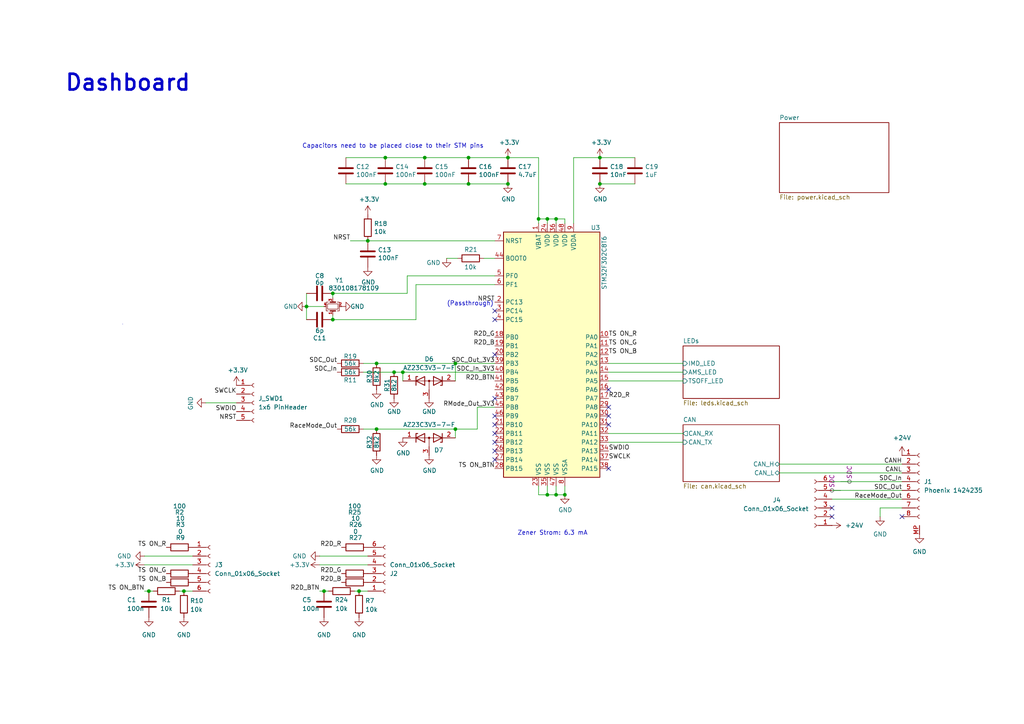
<source format=kicad_sch>
(kicad_sch (version 20231120) (generator "eeschema") (generator_version "8.0")
  (paper "A4")
  (lib_symbols
    (symbol "Connector:Conn_01x05_Socket" (pin_names (offset 1.016) hide)
      (property "Reference" "J" (at 0 7.62 0))
      (property "Value" "Conn_01x05_Socket" (at 0 -7.62 0))
      (symbol "Conn_01x05_Socket_1_1"
        (arc (start 0 -4.572) (mid -0.5058 -5.08) (end 0 -5.588) (stroke (width 0.1524)))
        (arc (start 0 -2.032) (mid -0.5058 -2.54) (end 0 -3.048) (stroke (width 0.1524)))
        (polyline (pts (xy -1.27 -5.08) (xy -0.508 -5.08)) (stroke (width 0.1524)))
        (polyline (pts (xy -1.27 -2.54) (xy -0.508 -2.54)) (stroke (width 0.1524)))
        (polyline (pts (xy -1.27 0) (xy -0.508 0)) (stroke (width 0.1524)))
        (polyline (pts (xy -1.27 2.54) (xy -0.508 2.54)) (stroke (width 0.1524)))
        (polyline (pts (xy -1.27 5.08) (xy -0.508 5.08)) (stroke (width 0.1524)))
        (arc (start 0 0.508) (mid -0.5058 0) (end 0 -0.508) (stroke (width 0.1524)))
        (arc (start 0 3.048) (mid -0.5058 2.54) (end 0 2.032) (stroke (width 0.1524)))
        (arc (start 0 5.588) (mid -0.5058 5.08) (end 0 4.572) (stroke (width 0.1524)))
        (pin passive line (at -5.08 5.08 0) (length 3.81) (name "Pin_1") (number "1"))
        (pin passive line (at -5.08 2.54 0) (length 3.81) (name "Pin_2") (number "2"))
        (pin passive line (at -5.08 0 0) (length 3.81) (name "Pin_3") (number "3"))
        (pin passive line (at -5.08 -2.54 0) (length 3.81) (name "Pin_4") (number "4"))
        (pin passive line (at -5.08 -5.08 0) (length 3.81) (name "Pin_5") (number "5"))
      )
    )
    (symbol "Connector:Conn_01x06_Socket" (pin_names (offset 1.016) hide)
      (property "Reference" "J" (at 0 7.62 0))
      (property "Value" "Conn_01x06_Socket" (at 0 -10.16 0))
      (symbol "Conn_01x06_Socket_1_1"
        (arc (start 0 -7.112) (mid -0.5058 -7.62) (end 0 -8.128) (stroke (width 0.1524)))
        (arc (start 0 -4.572) (mid -0.5058 -5.08) (end 0 -5.588) (stroke (width 0.1524)))
        (arc (start 0 -2.032) (mid -0.5058 -2.54) (end 0 -3.048) (stroke (width 0.1524)))
        (polyline (pts (xy -1.27 -7.62) (xy -0.508 -7.62)) (stroke (width 0.1524)))
        (polyline (pts (xy -1.27 -5.08) (xy -0.508 -5.08)) (stroke (width 0.1524)))
        (polyline (pts (xy -1.27 -2.54) (xy -0.508 -2.54)) (stroke (width 0.1524)))
        (polyline (pts (xy -1.27 0) (xy -0.508 0)) (stroke (width 0.1524)))
        (polyline (pts (xy -1.27 2.54) (xy -0.508 2.54)) (stroke (width 0.1524)))
        (polyline (pts (xy -1.27 5.08) (xy -0.508 5.08)) (stroke (width 0.1524)))
        (arc (start 0 0.508) (mid -0.5058 0) (end 0 -0.508) (stroke (width 0.1524)))
        (arc (start 0 3.048) (mid -0.5058 2.54) (end 0 2.032) (stroke (width 0.1524)))
        (arc (start 0 5.588) (mid -0.5058 5.08) (end 0 4.572) (stroke (width 0.1524)))
        (pin passive line (at -5.08 5.08 0) (length 3.81) (name "Pin_1") (number "1"))
        (pin passive line (at -5.08 2.54 0) (length 3.81) (name "Pin_2") (number "2"))
        (pin passive line (at -5.08 0 0) (length 3.81) (name "Pin_3") (number "3"))
        (pin passive line (at -5.08 -2.54 0) (length 3.81) (name "Pin_4") (number "4"))
        (pin passive line (at -5.08 -5.08 0) (length 3.81) (name "Pin_5") (number "5"))
        (pin passive line (at -5.08 -7.62 0) (length 3.81) (name "Pin_6") (number "6"))
      )
    )
    (symbol "Connector:Conn_01x08_Socket" (pin_names (offset 1.016) hide)
      (property "Reference" "J1" (at 1.27 0.0001 0))
      (property "Value" "Phoenix 1424235" (at 1.27 -2.5399 0))
      (symbol "Conn_01x08_Socket_1_1"
        (arc (start 0 -9.652) (mid -0.5058 -10.16) (end 0 -10.668) (stroke (width 0.1524)))
        (arc (start 0 -7.112) (mid -0.5058 -7.62) (end 0 -8.128) (stroke (width 0.1524)))
        (arc (start 0 -4.572) (mid -0.5058 -5.08) (end 0 -5.588) (stroke (width 0.1524)))
        (arc (start 0 -2.032) (mid -0.5058 -2.54) (end 0 -3.048) (stroke (width 0.1524)))
        (polyline (pts (xy -1.27 -10.16) (xy -0.508 -10.16)) (stroke (width 0.1524)))
        (polyline (pts (xy -1.27 -7.62) (xy -0.508 -7.62)) (stroke (width 0.1524)))
        (polyline (pts (xy -1.27 -5.08) (xy -0.508 -5.08)) (stroke (width 0.1524)))
        (polyline (pts (xy -1.27 -2.54) (xy -0.508 -2.54)) (stroke (width 0.1524)))
        (polyline (pts (xy -1.27 0) (xy -0.508 0)) (stroke (width 0.1524)))
        (polyline (pts (xy -1.27 2.54) (xy -0.508 2.54)) (stroke (width 0.1524)))
        (polyline (pts (xy -1.27 5.08) (xy -0.508 5.08)) (stroke (width 0.1524)))
        (polyline (pts (xy -1.27 7.62) (xy -0.508 7.62)) (stroke (width 0.1524)))
        (arc (start 0 0.508) (mid -0.5058 0) (end 0 -0.508) (stroke (width 0.1524)))
        (arc (start 0 3.048) (mid -0.5058 2.54) (end 0 2.032) (stroke (width 0.1524)))
        (arc (start 0 5.588) (mid -0.5058 5.08) (end 0 4.572) (stroke (width 0.1524)))
        (arc (start 0 8.128) (mid -0.5058 7.62) (end 0 7.112) (stroke (width 0.1524)))
        (pin passive line (at -5.08 7.62 0) (length 3.81) (name "Pin_1") (number "1"))
        (pin passive line (at -5.08 5.08 0) (length 3.81) (name "Pin_2") (number "2"))
        (pin passive line (at -5.08 2.54 0) (length 3.81) (name "Pin_3") (number "3"))
        (pin passive line (at -5.08 0 0) (length 3.81) (name "Pin_4") (number "4"))
        (pin passive line (at -5.08 -2.54 0) (length 3.81) (name "Pin_5") (number "5"))
        (pin passive line (at -5.08 -5.08 0) (length 3.81) (name "Pin_6") (number "6"))
        (pin passive line (at -5.08 -7.62 0) (length 3.81) (name "Pin_7") (number "7"))
        (pin passive line (at -5.08 -10.16 0) (length 3.81) (name "Pin_8") (number "8"))
        (pin passive line (at 0 -15.24 90) (length 2.54) (name "") (number "MP"))
      )
    )
    (symbol "Device:C" (pin_numbers hide) (pin_names (offset 0.254))
      (property "Reference" "C" (at 0.635 2.54 0))
      (property "Value" "C" (at 0.635 -2.54 0))
      (symbol "C_0_1"
        (polyline (pts (xy -2.032 -0.762) (xy 2.032 -0.762)) (stroke (width 0.508)))
        (polyline (pts (xy -2.032 0.762) (xy 2.032 0.762)) (stroke (width 0.508)))
      )
      (symbol "C_1_1"
        (pin passive line (at 0 3.81 270) (length 2.794) (name "~") (number "1"))
        (pin passive line (at 0 -3.81 90) (length 2.794) (name "~") (number "2"))
      )
    )
    (symbol "Device:Crystal_GND24_Small" (pin_names (offset 1.016) hide)
      (property "Reference" "Y" (at 1.27 4.445 0))
      (property "Value" "Crystal_GND24_Small" (at 1.27 2.54 0))
      (symbol "Crystal_GND24_Small_0_1"
        (rectangle (start -0.762 -1.524) (end 0.762 1.524))
        (polyline (pts (xy -1.27 -0.762) (xy -1.27 0.762)) (stroke (width 0.381)))
        (polyline (pts (xy 1.27 -0.762) (xy 1.27 0.762)) (stroke (width 0.381)))
        (polyline (pts (xy -1.27 -1.27) (xy -1.27 -1.905) (xy 1.27 -1.905) (xy 1.27 -1.27)))
        (polyline (pts (xy -1.27 1.27) (xy -1.27 1.905) (xy 1.27 1.905) (xy 1.27 1.27)))
      )
      (symbol "Crystal_GND24_Small_1_1"
        (pin passive line (at -2.54 0 0) (length 1.27) (name "1") (number "1"))
        (pin passive line (at 0 -2.54 90) (length 0.635) (name "2") (number "2"))
        (pin passive line (at 2.54 0 180) (length 1.27) (name "3") (number "3"))
        (pin passive line (at 0 2.54 270) (length 0.635) (name "4") (number "4"))
      )
    )
    (symbol "Device:D_Zener_Dual_CommonAnode_KKA" (pin_names (offset 0.762) hide)
      (property "Reference" "D" (at 1.27 -2.54 0))
      (property "Value" "D_Zener_Dual_CommonAnode_KKA" (at 0 2.54 0))
      (symbol "D_Zener_Dual_CommonAnode_KKA_0_1"
        (polyline (pts (xy -3.556 0) (xy 3.81 0)))
        (polyline (pts (xy 0 0) (xy 0 -2.54)))
        (polyline (pts (xy -3.81 -1.27) (xy -3.81 1.27) (xy -3.302 1.27)) (stroke (width 0.254)))
        (polyline (pts (xy 3.302 -1.27) (xy 3.81 -1.27) (xy 3.81 1.27)) (stroke (width 0.254)))
        (polyline (pts (xy -1.27 -1.27) (xy -3.81 0) (xy -1.27 1.27) (xy -1.27 -1.27) (xy -1.27 -1.27) (xy -1.27 -1.27)) (stroke (width 0.254)))
        (polyline (pts (xy 1.27 1.27) (xy 3.81 0) (xy 1.27 -1.27) (xy 1.27 1.27) (xy 1.27 1.27) (xy 1.27 1.27)) (stroke (width 0.254)))
        (circle (center 0 0) (radius 0.254) (fill (type outline)))
        (pin passive line (at -7.62 0 0) (length 3.81) (name "K") (number "1"))
        (pin passive line (at 7.62 0 180) (length 3.81) (name "K") (number "2"))
        (pin passive line (at 0 -5.08 90) (length 2.54) (name "A") (number "3"))
      )
    )
    (symbol "Device:R" (pin_numbers hide) (pin_names (offset 0))
      (property "Reference" "R" (at 2.032 0 90))
      (property "Value" "R" (at 0 0 90))
      (symbol "R_0_1"
        (rectangle (start -1.016 -2.54) (end 1.016 2.54) (stroke (width 0.254)))
      )
      (symbol "R_1_1"
        (pin passive line (at 0 3.81 270) (length 1.27) (name "~") (number "1"))
        (pin passive line (at 0 -3.81 90) (length 1.27) (name "~") (number "2"))
      )
    )
    (symbol "MCU_ST_STM32F3:STM32F302C8Tx"
      (property "Reference" "U" (at -15.24 36.83 0))
      (property "Value" "STM32F302C8Tx" (at 7.62 36.83 0))
      (symbol "STM32F302C8Tx_0_1"
        (rectangle (start -15.24 -35.56) (end 12.7 35.56) (stroke (width 0.254)) (fill (type background)))
      )
      (symbol "STM32F302C8Tx_1_1"
        (pin power_in line (at -5.08 38.1 270) (length 2.54) (name "VBAT") (number "1"))
        (pin bidirectional line (at 15.24 5.08 180) (length 2.54) (name "PA0") (number "10"))
        (pin bidirectional line (at 15.24 2.54 180) (length 2.54) (name "PA1") (number "11"))
        (pin bidirectional line (at 15.24 0 180) (length 2.54) (name "PA2") (number "12"))
        (pin bidirectional line (at 15.24 -2.54 180) (length 2.54) (name "PA3") (number "13"))
        (pin bidirectional line (at 15.24 -5.08 180) (length 2.54) (name "PA4") (number "14"))
        (pin bidirectional line (at 15.24 -7.62 180) (length 2.54) (name "PA5") (number "15"))
        (pin bidirectional line (at 15.24 -10.16 180) (length 2.54) (name "PA6") (number "16"))
        (pin bidirectional line (at 15.24 -12.7 180) (length 2.54) (name "PA7") (number "17"))
        (pin bidirectional line (at -17.78 5.08 0) (length 2.54) (name "PB0") (number "18"))
        (pin bidirectional line (at -17.78 2.54 0) (length 2.54) (name "PB1") (number "19"))
        (pin bidirectional line (at -17.78 15.24 0) (length 2.54) (name "PC13") (number "2"))
        (pin bidirectional line (at -17.78 0 0) (length 2.54) (name "PB2") (number "20"))
        (pin bidirectional line (at -17.78 -20.32 0) (length 2.54) (name "PB10") (number "21"))
        (pin bidirectional line (at -17.78 -22.86 0) (length 2.54) (name "PB11") (number "22"))
        (pin power_in line (at -5.08 -38.1 90) (length 2.54) (name "VSS") (number "23"))
        (pin power_in line (at -2.54 38.1 270) (length 2.54) (name "VDD") (number "24"))
        (pin bidirectional line (at -17.78 -25.4 0) (length 2.54) (name "PB12") (number "25"))
        (pin bidirectional line (at -17.78 -27.94 0) (length 2.54) (name "PB13") (number "26"))
        (pin bidirectional line (at -17.78 -30.48 0) (length 2.54) (name "PB14") (number "27"))
        (pin bidirectional line (at -17.78 -33.02 0) (length 2.54) (name "PB15") (number "28"))
        (pin bidirectional line (at 15.24 -15.24 180) (length 2.54) (name "PA8") (number "29"))
        (pin bidirectional line (at -17.78 12.7 0) (length 2.54) (name "PC14") (number "3"))
        (pin bidirectional line (at 15.24 -17.78 180) (length 2.54) (name "PA9") (number "30"))
        (pin bidirectional line (at 15.24 -20.32 180) (length 2.54) (name "PA10") (number "31"))
        (pin bidirectional line (at 15.24 -22.86 180) (length 2.54) (name "PA11") (number "32"))
        (pin bidirectional line (at 15.24 -25.4 180) (length 2.54) (name "PA12") (number "33"))
        (pin bidirectional line (at 15.24 -27.94 180) (length 2.54) (name "PA13") (number "34"))
        (pin power_in line (at -2.54 -38.1 90) (length 2.54) (name "VSS") (number "35"))
        (pin power_in line (at 0 38.1 270) (length 2.54) (name "VDD") (number "36"))
        (pin bidirectional line (at 15.24 -30.48 180) (length 2.54) (name "PA14") (number "37"))
        (pin bidirectional line (at 15.24 -33.02 180) (length 2.54) (name "PA15") (number "38"))
        (pin bidirectional line (at -17.78 -2.54 0) (length 2.54) (name "PB3") (number "39"))
        (pin bidirectional line (at -17.78 10.16 0) (length 2.54) (name "PC15") (number "4"))
        (pin bidirectional line (at -17.78 -5.08 0) (length 2.54) (name "PB4") (number "40"))
        (pin bidirectional line (at -17.78 -7.62 0) (length 2.54) (name "PB5") (number "41"))
        (pin bidirectional line (at -17.78 -10.16 0) (length 2.54) (name "PB6") (number "42"))
        (pin bidirectional line (at -17.78 -12.7 0) (length 2.54) (name "PB7") (number "43"))
        (pin input line (at -17.78 27.94 0) (length 2.54) (name "BOOT0") (number "44"))
        (pin bidirectional line (at -17.78 -15.24 0) (length 2.54) (name "PB8") (number "45"))
        (pin bidirectional line (at -17.78 -17.78 0) (length 2.54) (name "PB9") (number "46"))
        (pin power_in line (at 0 -38.1 90) (length 2.54) (name "VSS") (number "47"))
        (pin power_in line (at 2.54 38.1 270) (length 2.54) (name "VDD") (number "48"))
        (pin input line (at -17.78 22.86 0) (length 2.54) (name "PF0") (number "5"))
        (pin input line (at -17.78 20.32 0) (length 2.54) (name "PF1") (number "6"))
        (pin input line (at -17.78 33.02 0) (length 2.54) (name "NRST") (number "7"))
        (pin power_in line (at 2.54 -38.1 90) (length 2.54) (name "VSSA") (number "8"))
        (pin power_in line (at 5.08 38.1 270) (length 2.54) (name "VDDA") (number "9"))
      )
    )
    (symbol "power:+24V" (power) (pin_numbers hide) (pin_names (offset 0) hide)
      (property "Value" "+24V" (at 0 3.556 0))
      (symbol "+24V_0_1"
        (polyline (pts (xy -0.762 1.27) (xy 0 2.54)))
        (polyline (pts (xy 0 0) (xy 0 2.54)))
        (polyline (pts (xy 0 2.54) (xy 0.762 1.27)))
      )
      (symbol "+24V_1_1"
        (pin power_in line (at 0 0 90) (length 0) (name "~") (number "1"))
      )
    )
    (symbol "power:+3.3V" (power) (pin_names (offset 0))
      (property "Value" "+3.3V" (at 0 3.556 0))
      (symbol "+3.3V_0_1"
        (polyline (pts (xy -0.762 1.27) (xy 0 2.54)))
        (polyline (pts (xy 0 0) (xy 0 2.54)))
        (polyline (pts (xy 0 2.54) (xy 0.762 1.27)))
      )
      (symbol "+3.3V_1_1"
        (pin power_in line (at 0 0 90) (length 0) hide (name "+3.3V") (number "1"))
      )
    )
    (symbol "power:GND" (power) (pin_numbers hide) (pin_names (offset 0) hide)
      (property "Value" "GND" (at 0 -3.81 0))
      (symbol "GND_0_1"
        (polyline (pts (xy 0 0) (xy 0 -1.27) (xy 1.27 -1.27) (xy 0 -2.54) (xy -1.27 -1.27) (xy 0 -1.27)))
      )
      (symbol "GND_1_1"
        (pin power_in line (at 0 0 270) (length 0) (name "~") (number "1"))
      )
    )
  )
  (junction (at 135.89 53.34))
  (junction (at 123.19 45.72))
  (junction (at 111.76 45.72))
  (junction (at 147.32 53.34))
  (junction (at 135.89 45.72))
  (junction (at 111.76 53.34))
  (junction (at 88.9 88.9))
  (junction (at 96.52 85.09))
  (junction (at 116.84 107.95))
  (junction (at 96.52 92.71))
  (junction (at 109.22 124.46))
  (junction (at 104.14 171.45))
  (junction (at 161.29 63.5))
  (junction (at 132.08 105.41))
  (junction (at 106.68 69.85))
  (junction (at 93.98 171.45))
  (junction (at 43.18 171.45))
  (junction (at 161.29 143.51))
  (junction (at 147.32 45.72))
  (junction (at 156.21 63.5))
  (junction (at 173.99 45.72))
  (junction (at 158.75 63.5))
  (junction (at 109.22 105.41))
  (junction (at 158.75 143.51))
  (junction (at 173.99 53.34))
  (junction (at 53.34 171.45))
  (junction (at 123.19 53.34))
  (junction (at 114.3 107.95))
  (junction (at 163.83 143.51))
  (junction (at 132.08 124.46))
  (no_connect (at 176.53 120.65))
  (no_connect (at 143.51 90.17))
  (no_connect (at 176.53 123.19))
  (no_connect (at 176.53 135.89))
  (no_connect (at 241.3 149.86))
  (no_connect (at 261.62 149.86))
  (no_connect (at 143.51 115.57))
  (no_connect (at 241.3 147.32))
  (no_connect (at 143.51 130.81))
  (no_connect (at 176.53 113.03))
  (no_connect (at 143.51 133.35))
  (no_connect (at 176.53 118.11))
  (no_connect (at 143.51 125.73))
  (no_connect (at 143.51 92.71))
  (no_connect (at 143.51 120.65))
  (no_connect (at 143.51 102.87))
  (no_connect (at 143.51 128.27))
  (no_connect (at 143.51 123.19))
  (wire (pts (xy 109.22 124.46) (xy 132.08 124.46)))
  (wire (pts (xy 43.18 171.45) (xy 41.91 171.45)))
  (wire (pts (xy 123.19 45.72) (xy 135.89 45.72)))
  (wire (pts (xy 176.53 105.41) (xy 198.12 105.41)))
  (wire (pts (xy 161.29 63.5) (xy 158.75 63.5)))
  (wire (pts (xy 88.9 85.09) (xy 88.9 88.9)))
  (wire (pts (xy 156.21 63.5) (xy 156.21 64.77)))
  (wire (pts (xy 120.65 82.55) (xy 120.65 92.71)))
  (wire (pts (xy 138.43 124.46) (xy 138.43 118.11)))
  (wire (pts (xy 158.75 63.5) (xy 156.21 63.5)))
  (wire (pts (xy 93.98 171.45) (xy 92.71 171.45)))
  (wire (pts (xy 41.91 163.83) (xy 55.88 163.83)))
  (wire (pts (xy 96.52 91.44) (xy 96.52 92.71)))
  (wire (pts (xy 135.89 45.72) (xy 147.32 45.72)))
  (wire (pts (xy 96.52 85.09) (xy 118.11 85.09)))
  (wire (pts (xy 163.83 64.77) (xy 163.83 63.5)))
  (wire (pts (xy 100.33 53.34) (xy 111.76 53.34)))
  (wire (pts (xy 105.41 124.46) (xy 109.22 124.46)))
  (wire (pts (xy 156.21 45.72) (xy 156.21 63.5)))
  (wire (pts (xy 173.99 45.72) (xy 184.15 45.72)))
  (wire (pts (xy 161.29 64.77) (xy 161.29 63.5)))
  (wire (pts (xy 163.83 143.51) (xy 161.29 143.51)))
  (wire (pts (xy 92.71 163.83) (xy 106.68 163.83)))
  (wire (pts (xy 118.11 80.01) (xy 143.51 80.01)))
  (wire (pts (xy 88.9 88.9) (xy 88.9 92.71)))
  (wire (pts (xy 255.27 147.32) (xy 255.27 149.86)))
  (wire (pts (xy 105.41 105.41) (xy 109.22 105.41)))
  (wire (pts (xy 173.99 53.34) (xy 184.15 53.34)))
  (wire (pts (xy 226.06 134.62) (xy 261.62 134.62)))
  (wire (pts (xy 111.76 45.72) (xy 123.19 45.72)))
  (wire (pts (xy 96.52 86.36) (xy 96.52 85.09)))
  (wire (pts (xy 132.08 105.41) (xy 132.08 110.49)))
  (wire (pts (xy 123.19 53.34) (xy 135.89 53.34)))
  (wire (pts (xy 163.83 63.5) (xy 161.29 63.5)))
  (wire (pts (xy 118.11 85.09) (xy 118.11 80.01)))
  (wire (pts (xy 140.335 74.93) (xy 143.51 74.93)))
  (wire (pts (xy 147.32 45.72) (xy 156.21 45.72)))
  (wire (pts (xy 109.22 105.41) (xy 132.08 105.41)))
  (wire (pts (xy 158.75 140.97) (xy 158.75 143.51)))
  (wire (pts (xy 59.69 116.84) (xy 68.58 116.84)))
  (wire (pts (xy 88.9 88.9) (xy 93.98 88.9)))
  (wire (pts (xy 161.29 140.97) (xy 161.29 143.51)))
  (wire (pts (xy 226.06 137.16) (xy 261.62 137.16)))
  (wire (pts (xy 158.75 63.5) (xy 158.75 64.77)))
  (wire (pts (xy 241.3 144.78) (xy 261.62 144.78)))
  (wire (pts (xy 132.08 124.46) (xy 138.43 124.46)))
  (wire (pts (xy 111.76 45.72) (xy 100.33 45.72)))
  (wire (pts (xy 92.71 161.29) (xy 106.68 161.29)))
  (wire (pts (xy 104.14 171.45) (xy 106.68 171.45)))
  (wire (pts (xy 41.91 161.29) (xy 55.88 161.29)))
  (wire (pts (xy 166.37 45.72) (xy 173.99 45.72)))
  (wire (pts (xy 156.21 140.97) (xy 156.21 143.51)))
  (wire (pts (xy 116.84 107.95) (xy 116.84 110.49)))
  (wire (pts (xy 105.41 107.95) (xy 114.3 107.95)))
  (wire (pts (xy 176.53 128.27) (xy 198.12 128.27)))
  (wire (pts (xy 120.65 82.55) (xy 143.51 82.55)))
  (wire (pts (xy 176.53 125.73) (xy 198.12 125.73)))
  (wire (pts (xy 138.43 118.11) (xy 143.51 118.11)))
  (wire (pts (xy 156.21 143.51) (xy 158.75 143.51)))
  (wire (pts (xy 166.37 45.72) (xy 166.37 64.77)))
  (wire (pts (xy 176.53 107.95) (xy 198.12 107.95)))
  (wire (pts (xy 96.52 92.71) (xy 120.65 92.71)))
  (wire (pts (xy 111.76 53.34) (xy 123.19 53.34)))
  (wire (pts (xy 132.715 74.93) (xy 129.54 74.93)))
  (wire (pts (xy 53.34 171.45) (xy 55.88 171.45)))
  (wire (pts (xy 116.84 107.95) (xy 114.3 107.95)))
  (wire (pts (xy 241.3 142.24) (xy 261.62 142.24)))
  (wire (pts (xy 95.25 171.45) (xy 93.98 171.45)))
  (wire (pts (xy 132.08 105.41) (xy 143.51 105.41)))
  (wire (pts (xy 116.84 107.95) (xy 143.51 107.95)))
  (wire (pts (xy 102.87 171.45) (xy 104.14 171.45)))
  (wire (pts (xy 106.68 69.85) (xy 143.51 69.85)))
  (wire (pts (xy 132.08 124.46) (xy 132.08 127)))
  (wire (pts (xy 161.29 143.51) (xy 158.75 143.51)))
  (wire (pts (xy 163.83 140.97) (xy 163.83 143.51)))
  (wire (pts (xy 101.6 69.85) (xy 106.68 69.85)))
  (wire (pts (xy 261.62 147.32) (xy 255.27 147.32)))
  (wire (pts (xy 241.3 139.7) (xy 261.62 139.7)))
  (wire (pts (xy 44.45 171.45) (xy 43.18 171.45)))
  (wire (pts (xy 52.07 171.45) (xy 53.34 171.45)))
  (wire (pts (xy 135.89 53.34) (xy 147.32 53.34)))
  (wire (pts (xy 176.53 110.49) (xy 198.12 110.49)))
  (rectangle (start 35.56 93.98) (end 35.56 93.98))
  (text "Dashboard" (at 37.084 24.13 0) (effects (font (size 4.572 4.572) (thickness 0.762) (bold yes))))
  (text "Capacitors need to be placed close to their STM pins" (at 87.63 43.18 0) (effects (font (size 1.27 1.27)) (justify left bottom)))
  (text "(Passthrough)" (at 136.398 88.138 0) (effects (font (size 1.27 1.27))))
  (text "Zener Strom: 6.3 mA" (at 160.274 154.686 0) (effects (font (size 1.27 1.27))))
  (label "TS ON_BTN" (at 41.91 171.45 180))
  (label "RMode_Out_3V3" (at 143.51 118.11 180))
  (label "TS ON_B" (at 48.26 168.91 180))
  (label "R2D_G" (at 99.06 166.37 180))
  (label "SDC_Out" (at 97.79 105.41 180))
  (label "SDC_In" (at 261.62 139.7 180))
  (label "R2D_G" (at 143.51 97.79 180))
  (label "R2D_BTN" (at 143.51 110.49 180))
  (label "R2D_R" (at 99.06 158.75 180))
  (label "NRST" (at 68.58 121.92 180))
  (label "SWDIO" (at 176.53 130.81 0))
  (label "SDC_In_3V3" (at 143.51 107.95 180))
  (label "R2D_BTN" (at 92.71 171.45 180))
  (label "NRST" (at 101.6 69.85 180))
  (label "SWDIO" (at 68.58 119.38 180))
  (label "SDC_Out_3V3" (at 143.51 105.41 180))
  (label "R2D_B" (at 99.06 168.91 180))
  (label "TS ON_G" (at 48.26 166.37 180))
  (label "CANH" (at 261.62 134.62 180))
  (label "RaceMode_Out" (at 261.62 144.78 180))
  (label "CANL" (at 261.62 137.16 180))
  (label "NRST" (at 143.51 87.63 180))
  (label "RaceMode_Out" (at 97.79 124.46 180))
  (label "SDC_Out" (at 261.62 142.24 180))
  (label "SWCLK" (at 68.58 114.3 180))
  (label "TS ON_R" (at 176.53 97.79 0))
  (label "SWCLK" (at 176.53 133.35 0))
  (label "SDC_In" (at 97.79 107.95 180))
  (label "TS ON_B" (at 176.53 102.87 0))
  (label "TS ON_R" (at 48.26 158.75 180))
  (label "R2D_R" (at 176.53 115.57 0))
  (label "R2D_B" (at 143.51 100.33 180))
  (label "TS ON_G" (at 176.53 100.33 0))
  (label "TS ON_BTN" (at 143.51 135.89 180))
  (netclass_flag "" (length 2.54) (shape round) (at 243.84 139.7 270) (property "Netclass" "SDC" (at 246.38 139.0015 90) (effects (font (italic yes)) (justify left))))
  (netclass_flag "" (length 2.54) (shape round) (at 243.84 142.24 90) (property "Netclass" "SDC" (at 241.3 141.5415 90) (effects (font (italic yes)) (justify left))))
  (symbol (lib_id "Connector:Conn_01x06_Socket") (at 236.22 147.32 180) (unit 1)
    (property "Reference" "J4" (at 225.298 145.034 0))
    (property "Value" "Conn_01x06_Socket" (at 225.044 147.574 0))
    (property "Footprint" "Dashboard:JST_GH_THT_1x06-1MP_P1.25mm_Vertical" (effects (hide yes)))
    (property "Description" "Generic connector, single row, 01x06, script generated" (effects (hide yes)))
  )
  (symbol (lib_id "power:+3.3V") (at 92.71 163.83 90) (unit 1)
    (property "Reference" "#PWR051" (effects (hide yes)))
    (property "Value" "+3.3V" (at 86.868 163.83 90))
  )
  (symbol (lib_id "power:GND") (at 129.54 74.93 0) (unit 1)
    (property "Reference" "#PWR035" (effects (hide yes)))
    (property "Value" "GND" (at 125.73 76.2 0))
  )
  (symbol (lib_id "Device:R") (at 104.14 175.26 0) (unit 1)
    (property "Reference" "R7" (at 105.918 174.244 0) (effects (justify left)))
    (property "Value" "10k" (at 105.918 176.784 0) (effects (justify left)))
    (property "Footprint" "Resistor_SMD:R_0603_1608Metric_Pad0.98x0.95mm_HandSolder" (effects (hide yes)))
    (property "Description" "Resistor" (effects (hide yes)))
  )
  (symbol (lib_id "Connector:Conn_01x06_Socket") (at 111.76 166.37 0) (mirror x) (unit 1)
    (property "Reference" "J2" (at 113.03 166.3701 0) (effects (justify left)))
    (property "Value" "Conn_01x06_Socket" (at 113.03 163.8301 0) (effects (justify left)))
    (property "Footprint" "Dashboard:JST_GH_THT_1x06-1MP_P1.25mm_Vertical" (effects (hide yes)))
    (property "Description" "Generic connector, single row, 01x06, script generated" (effects (hide yes)))
  )
  (symbol (lib_id "Device:C") (at 135.89 49.53 0) (unit 1)
    (property "Reference" "C16" (at 138.811 48.3616 0) (effects (justify left)))
    (property "Value" "100nF" (at 138.811 50.673 0) (effects (justify left)))
    (property "Footprint" "Capacitor_SMD:C_0603_1608Metric_Pad1.08x0.95mm_HandSolder" (effects (hide yes)))
  )
  (symbol (lib_id "Connector:Conn_01x08_Socket") (at 266.7 139.7 0) (unit 1)
    (property "Reference" "J1" (at 267.97 139.6999 0) (effects (justify left)))
    (property "Value" "Phoenix 1424235" (at 267.97 142.2399 0) (effects (justify left)))
    (property "Footprint" "Dashboard:Phoenix_SACC-DSI-M8FS-8CON-M10" (effects (hide yes)))
    (property "Description" "Generic connector, single row, 01x08, script generated" (effects (hide yes)))
  )
  (symbol (lib_id "Device:R") (at 99.06 171.45 270) (unit 1)
    (property "Reference" "R24" (at 99.06 173.99 90))
    (property "Value" "10k" (at 99.06 176.53 90))
    (property "Footprint" "Resistor_SMD:R_0603_1608Metric_Pad0.98x0.95mm_HandSolder" (effects (hide yes)))
    (property "Description" "Resistor" (effects (hide yes)))
  )
  (symbol (lib_id "power:+24V") (at 241.3 152.4 270) (unit 1)
    (property "Reference" "#PWR05" (effects (hide yes)))
    (property "Value" "+24V" (at 245.11 152.3999 90) (effects (justify left)))
    (property "Description" "Power symbol creates a global label with name \"+24V\"" (effects (hide yes)))
  )
  (symbol (lib_id "Device:C") (at 147.32 49.53 0) (unit 1)
    (property "Reference" "C17" (at 150.241 48.3616 0) (effects (justify left)))
    (property "Value" "4.7uF" (at 150.241 50.673 0) (effects (justify left)))
    (property "Footprint" "Capacitor_SMD:C_0603_1608Metric_Pad1.08x0.95mm_HandSolder" (effects (hide yes)))
  )
  (symbol (lib_id "Device:C") (at 93.98 175.26 0) (unit 1)
    (property "Reference" "C5" (at 87.63 173.99 0) (effects (justify left)))
    (property "Value" "100n" (at 87.63 176.53 0) (effects (justify left)))
    (property "Footprint" "Capacitor_SMD:C_0603_1608Metric_Pad1.08x0.95mm_HandSolder" (effects (hide yes)))
    (property "Description" "Unpolarized capacitor" (effects (hide yes)))
  )
  (symbol (lib_id "power:GND") (at 92.71 161.29 270) (unit 1)
    (property "Reference" "#PWR01" (effects (hide yes)))
    (property "Value" "GND" (at 88.9 161.2899 90) (effects (justify right)))
    (property "Description" "Power symbol creates a global label with name \"GND\" , ground" (effects (hide yes)))
  )
  (symbol (lib_id "Device:D_Zener_Dual_CommonAnode_KKA") (at 124.46 110.49 0) (unit 1)
    (property "Reference" "D6" (at 124.46 104.14 0))
    (property "Value" "AZ23C3V3-7-F" (at 124.46 106.68 0))
    (property "Footprint" "Package_TO_SOT_SMD:SOT-23" (effects (hide yes)))
    (property "Description" "Dual Zener diode, common anode on pin 3" (effects (hide yes)))
  )
  (symbol (lib_id "power:GND") (at 266.7 154.94 0) (unit 1)
    (property "Reference" "#PWR052" (effects (hide yes)))
    (property "Value" "GND" (at 266.7 160.02 0))
    (property "Description" "Power symbol creates a global label with name \"GND\" , ground" (effects (hide yes)))
  )
  (symbol (lib_id "Device:R") (at 109.22 109.22 180) (unit 1)
    (property "Reference" "R30" (at 107.188 109.22 90))
    (property "Value" "8k2" (at 109.22 109.22 90))
    (property "Footprint" "Resistor_SMD:R_0603_1608Metric_Pad0.98x0.95mm_HandSolder" (effects (hide yes)))
    (property "Description" "Resistor" (effects (hide yes)))
  )
  (symbol (lib_id "Device:R") (at 102.87 168.91 90) (unit 1)
    (property "Reference" "R27" (at 103.124 155.956 90))
    (property "Value" "0" (at 103.124 154.178 90))
    (property "Footprint" "Resistor_SMD:R_0603_1608Metric_Pad0.98x0.95mm_HandSolder" (effects (hide yes)))
    (property "Description" "Resistor" (effects (hide yes)))
  )
  (symbol (lib_id "Device:R") (at 48.26 171.45 270) (unit 1)
    (property "Reference" "R1" (at 48.26 173.99 90))
    (property "Value" "10k" (at 48.26 176.53 90))
    (property "Footprint" "Resistor_SMD:R_0603_1608Metric_Pad0.98x0.95mm_HandSolder" (effects (hide yes)))
    (property "Description" "Resistor" (effects (hide yes)))
  )
  (symbol (lib_id "Device:C") (at 100.33 49.53 0) (unit 1)
    (property "Reference" "C12" (at 103.251 48.3616 0) (effects (justify left)))
    (property "Value" "100nF" (at 103.251 50.673 0) (effects (justify left)))
    (property "Footprint" "Capacitor_SMD:C_0603_1608Metric_Pad1.08x0.95mm_HandSolder" (effects (hide yes)))
  )
  (symbol (lib_id "power:GND") (at 147.32 53.34 0) (unit 1)
    (property "Reference" "#PWR037" (effects (hide yes)))
    (property "Value" "GND" (at 147.447 57.7342 0))
  )
  (symbol (lib_id "Device:R") (at 52.07 158.75 90) (unit 1)
    (property "Reference" "R2" (at 52.07 148.59 90))
    (property "Value" "100" (at 52.07 146.812 90))
    (property "Footprint" "Resistor_SMD:R_0603_1608Metric_Pad0.98x0.95mm_HandSolder" (effects (hide yes)))
    (property "Description" "Resistor" (effects (hide yes)))
  )
  (symbol (lib_id "Device:R") (at 101.6 124.46 90) (unit 1)
    (property "Reference" "R28" (at 101.6 121.92 90))
    (property "Value" "56k" (at 101.6 124.46 90))
    (property "Footprint" "Resistor_SMD:R_0603_1608Metric_Pad0.98x0.95mm_HandSolder" (effects (hide yes)))
    (property "Description" "Resistor" (effects (hide yes)))
  )
  (symbol (lib_id "Connector:Conn_01x06_Socket") (at 60.96 163.83 0) (unit 1)
    (property "Reference" "J3" (at 62.23 163.8299 0) (effects (justify left)))
    (property "Value" "Conn_01x06_Socket" (at 62.23 166.3699 0) (effects (justify left)))
    (property "Footprint" "Dashboard:JST_GH_THT_1x06-1MP_P1.25mm_Vertical" (effects (hide yes)))
    (property "Description" "Generic connector, single row, 01x06, script generated" (effects (hide yes)))
  )
  (symbol (lib_id "power:GND") (at 124.46 115.57 0) (unit 1)
    (property "Reference" "#PWR026" (effects (hide yes)))
    (property "Value" "GND" (at 124.46 119.38 0))
  )
  (symbol (lib_id "Device:R") (at 101.6 105.41 90) (unit 1)
    (property "Reference" "R19" (at 101.6 103.378 90))
    (property "Value" "56k" (at 101.6 105.41 90))
    (property "Footprint" "Resistor_SMD:R_0603_1608Metric_Pad0.98x0.95mm_HandSolder" (effects (hide yes)))
    (property "Description" "Resistor" (effects (hide yes)))
  )
  (symbol (lib_id "power:GND") (at 114.3 115.57 0) (unit 1)
    (property "Reference" "#PWR055" (effects (hide yes)))
    (property "Value" "GND" (at 114.3 119.38 0))
  )
  (symbol (lib_id "power:GND") (at 104.14 179.07 0) (unit 1)
    (property "Reference" "#PWR050" (effects (hide yes)))
    (property "Value" "GND" (at 104.14 184.15 0))
    (property "Description" "Power symbol creates a global label with name \"GND\" , ground" (effects (hide yes)))
  )
  (symbol (lib_id "MCU_ST_STM32F3:STM32F302C8Tx") (at 161.29 102.87 0) (unit 1)
    (property "Reference" "U3" (at 172.72 66.04 0))
    (property "Value" "STM32F302C8T6" (at 175.26 76.2 90))
    (property "Footprint" "Package_QFP:LQFP-48_7x7mm_P0.5mm" (effects (hide yes)))
    (property "Datasheet" "http://www.st.com/st-web-ui/static/active/en/resource/technical/document/datasheet/DM00093333.pdf" (effects (hide yes)))
  )
  (symbol (lib_id "power:+24V") (at 261.62 132.08 0) (unit 1)
    (property "Reference" "#PWR057" (effects (hide yes)))
    (property "Value" "+24V" (at 261.62 127 0))
    (property "Description" "Power symbol creates a global label with name \"+24V\"" (effects (hide yes)))
  )
  (symbol (lib_id "Device:R") (at 102.87 158.75 90) (unit 1)
    (property "Reference" "R25" (at 102.87 148.59 90))
    (property "Value" "100" (at 102.87 146.812 90))
    (property "Footprint" "Resistor_SMD:R_0603_1608Metric_Pad0.98x0.95mm_HandSolder" (effects (hide yes)))
    (property "Description" "Resistor" (effects (hide yes)))
  )
  (symbol (lib_id "power:GND") (at 88.9 88.9 270) (unit 1)
    (property "Reference" "#PWR030" (effects (hide yes)))
    (property "Value" "GND" (at 86.36 88.9 90) (effects (justify right)))
  )
  (symbol (lib_id "Device:C") (at 43.18 175.26 0) (unit 1)
    (property "Reference" "C1" (at 36.83 173.99 0) (effects (justify left)))
    (property "Value" "100n" (at 36.83 176.53 0) (effects (justify left)))
    (property "Footprint" "Capacitor_SMD:C_0603_1608Metric_Pad1.08x0.95mm_HandSolder" (effects (hide yes)))
    (property "Description" "Unpolarized capacitor" (effects (hide yes)))
  )
  (symbol (lib_id "Device:R") (at 109.22 128.27 180) (unit 1)
    (property "Reference" "R32" (at 107.188 128.27 90))
    (property "Value" "8k2" (at 109.22 128.27 90))
    (property "Footprint" "Resistor_SMD:R_0603_1608Metric_Pad0.98x0.95mm_HandSolder" (effects (hide yes)))
    (property "Description" "Resistor" (effects (hide yes)))
  )
  (symbol (lib_id "power:+3.3V") (at 173.99 45.72 0) (unit 1)
    (property "Reference" "#PWR039" (effects (hide yes)))
    (property "Value" "+3.3V" (at 174.371 41.3258 0))
  )
  (symbol (lib_id "Device:C") (at 92.71 92.71 90) (unit 1)
    (property "Reference" "C11" (at 92.71 98.044 90))
    (property "Value" "6p" (at 92.71 95.885 90))
    (property "Footprint" "Capacitor_SMD:C_0603_1608Metric_Pad1.08x0.95mm_HandSolder" (effects (hide yes)))
  )
  (symbol (lib_id "Device:R") (at 102.87 166.37 90) (unit 1)
    (property "Reference" "R26" (at 103.124 152.146 90))
    (property "Value" "10" (at 103.124 150.368 90))
    (property "Footprint" "Resistor_SMD:R_0603_1608Metric_Pad0.98x0.95mm_HandSolder" (effects (hide yes)))
    (property "Description" "Resistor" (effects (hide yes)))
  )
  (symbol (lib_id "Device:Crystal_GND24_Small") (at 96.52 88.9 90) (unit 1)
    (property "Reference" "Y1" (at 98.425 81.28 90))
    (property "Value" "830108178109" (at 102.616 83.566 90))
    (property "Footprint" "Crystal:Crystal_SMD_2016-4Pin_2.0x1.6mm" (effects (hide yes)))
    (property "Datasheet" "https://www.we-online.com/components/products/datasheet/830108178109.pdf" (effects (hide yes)))
  )
  (symbol (lib_id "power:GND") (at 109.22 132.08 0) (unit 1)
    (property "Reference" "#PWR053" (effects (hide yes)))
    (property "Value" "GND" (at 109.347 136.4742 0))
  )
  (symbol (lib_id "Connector:Conn_01x05_Socket") (at 73.66 116.84 0) (unit 1)
    (property "Reference" "J_SWD1" (at 74.93 115.5699 0) (effects (justify left)))
    (property "Value" "1x6 PinHeader" (at 74.93 118.1099 0) (effects (justify left)))
    (property "Footprint" "Connector_PinHeader_2.54mm:PinHeader_1x05_P2.54mm_Vertical" (effects (hide yes)))
    (property "Description" "Generic connector, single row, 01x05, script generated" (effects (hide yes)))
  )
  (symbol (lib_id "Device:R") (at 52.07 168.91 90) (unit 1)
    (property "Reference" "R9" (at 52.324 155.956 90))
    (property "Value" "0" (at 52.324 154.178 90))
    (property "Footprint" "Resistor_SMD:R_0603_1608Metric_Pad0.98x0.95mm_HandSolder" (effects (hide yes)))
    (property "Description" "Resistor" (effects (hide yes)))
  )
  (symbol (lib_id "power:GND") (at 53.34 179.07 0) (unit 1)
    (property "Reference" "#PWR09" (effects (hide yes)))
    (property "Value" "GND" (at 53.34 184.15 0))
    (property "Description" "Power symbol creates a global label with name \"GND\" , ground" (effects (hide yes)))
  )
  (symbol (lib_id "Device:R") (at 52.07 166.37 90) (unit 1)
    (property "Reference" "R3" (at 52.324 152.146 90))
    (property "Value" "10" (at 52.324 150.368 90))
    (property "Footprint" "Resistor_SMD:R_0603_1608Metric_Pad0.98x0.95mm_HandSolder" (effects (hide yes)))
    (property "Description" "Resistor" (effects (hide yes)))
  )
  (symbol (lib_id "power:GND") (at 163.83 143.51 0) (unit 1)
    (property "Reference" "#PWR038" (effects (hide yes)))
    (property "Value" "GND" (at 163.957 147.9042 0))
  )
  (symbol (lib_id "power:GND") (at 255.27 149.86 0) (unit 1)
    (property "Reference" "#PWR048" (effects (hide yes)))
    (property "Value" "GND" (at 255.27 154.94 0))
    (property "Description" "Power symbol creates a global label with name \"GND\" , ground" (effects (hide yes)))
  )
  (symbol (lib_id "Device:C") (at 92.71 85.09 90) (unit 1)
    (property "Reference" "C8" (at 92.71 80.01 90))
    (property "Value" "6p" (at 92.71 81.915 90))
    (property "Footprint" "Capacitor_SMD:C_0603_1608Metric_Pad1.08x0.95mm_HandSolder" (effects (hide yes)))
  )
  (symbol (lib_id "Device:R") (at 53.34 175.26 0) (unit 1)
    (property "Reference" "R10" (at 55.118 174.244 0) (effects (justify left)))
    (property "Value" "10k" (at 55.118 176.784 0) (effects (justify left)))
    (property "Footprint" "Resistor_SMD:R_0603_1608Metric_Pad0.98x0.95mm_HandSolder" (effects (hide yes)))
    (property "Description" "Resistor" (effects (hide yes)))
  )
  (symbol (lib_id "power:GND") (at 173.99 53.34 0) (unit 1)
    (property "Reference" "#PWR040" (effects (hide yes)))
    (property "Value" "GND" (at 174.117 57.7342 0))
  )
  (symbol (lib_id "power:+3.3V") (at 68.58 111.76 0) (unit 1)
    (property "Reference" "#PWR02" (effects (hide yes)))
    (property "Value" "+3.3V" (at 68.961 107.3658 0))
  )
  (symbol (lib_id "Device:R") (at 136.525 74.93 270) (unit 1)
    (property "Reference" "R21" (at 134.62 72.39 90) (effects (justify left)))
    (property "Value" "10k" (at 134.62 77.47 90) (effects (justify left)))
    (property "Footprint" "Resistor_SMD:R_0603_1608Metric_Pad0.98x0.95mm_HandSolder" (effects (hide yes)))
  )
  (symbol (lib_id "power:+3.3V") (at 41.91 163.83 90) (unit 1)
    (property "Reference" "#PWR07" (effects (hide yes)))
    (property "Value" "+3.3V" (at 36.068 163.83 90))
  )
  (symbol (lib_id "Device:C") (at 106.68 73.66 0) (unit 1)
    (property "Reference" "C13" (at 109.601 72.4916 0) (effects (justify left)))
    (property "Value" "100nF" (at 109.601 74.803 0) (effects (justify left)))
    (property "Footprint" "Capacitor_SMD:C_0603_1608Metric_Pad1.08x0.95mm_HandSolder" (effects (hide yes)))
  )
  (symbol (lib_id "Device:R") (at 106.68 66.04 0) (unit 1)
    (property "Reference" "R18" (at 108.458 64.8716 0) (effects (justify left)))
    (property "Value" "10k" (at 108.458 67.183 0) (effects (justify left)))
    (property "Footprint" "Resistor_SMD:R_0603_1608Metric_Pad0.98x0.95mm_HandSolder" (effects (hide yes)))
  )
  (symbol (lib_id "power:GND") (at 109.22 113.03 0) (unit 1)
    (property "Reference" "#PWR054" (effects (hide yes)))
    (property "Value" "GND" (at 109.347 117.4242 0))
  )
  (symbol (lib_id "power:GND") (at 99.06 88.9 90) (unit 1)
    (property "Reference" "#PWR031" (effects (hide yes)))
    (property "Value" "GND" (at 101.6 88.9 90) (effects (justify right)))
  )
  (symbol (lib_id "Device:D_Zener_Dual_CommonAnode_KKA") (at 124.46 127 0) (unit 1)
    (property "Reference" "D7" (at 127.254 130.556 0))
    (property "Value" "AZ23C3V3-7-F" (at 124.46 123.19 0))
    (property "Footprint" "Package_TO_SOT_SMD:TSOT-23" (effects (hide yes)))
    (property "Description" "Dual Zener diode, common anode on pin 3" (effects (hide yes)))
  )
  (symbol (lib_id "Device:C") (at 123.19 49.53 0) (unit 1)
    (property "Reference" "C15" (at 126.111 48.3616 0) (effects (justify left)))
    (property "Value" "100nF" (at 126.111 50.673 0) (effects (justify left)))
    (property "Footprint" "Capacitor_SMD:C_0603_1608Metric_Pad1.08x0.95mm_HandSolder" (effects (hide yes)))
  )
  (symbol (lib_id "power:GND") (at 106.68 77.47 0) (unit 1)
    (property "Reference" "#PWR033" (effects (hide yes)))
    (property "Value" "GND" (at 106.807 81.8642 0))
  )
  (symbol (lib_id "power:GND") (at 124.46 132.08 0) (unit 1)
    (property "Reference" "#PWR023" (effects (hide yes)))
    (property "Value" "GND" (at 124.587 136.4742 0))
  )
  (symbol (lib_id "Device:C") (at 184.15 49.53 0) (unit 1)
    (property "Reference" "C19" (at 187.071 48.3616 0) (effects (justify left)))
    (property "Value" "1uF" (at 187.071 50.673 0) (effects (justify left)))
    (property "Footprint" "Capacitor_SMD:C_0603_1608Metric_Pad1.08x0.95mm_HandSolder" (effects (hide yes)))
  )
  (symbol (lib_id "Device:R") (at 101.6 107.95 90) (unit 1)
    (property "Reference" "R11" (at 101.6 110.236 90))
    (property "Value" "56k" (at 101.6 107.95 90))
    (property "Footprint" "Resistor_SMD:R_0603_1608Metric_Pad0.98x0.95mm_HandSolder" (effects (hide yes)))
    (property "Description" "Resistor" (effects (hide yes)))
  )
  (symbol (lib_id "Device:C") (at 173.99 49.53 0) (unit 1)
    (property "Reference" "C18" (at 176.911 48.3616 0) (effects (justify left)))
    (property "Value" "10nF" (at 176.911 50.673 0) (effects (justify left)))
    (property "Footprint" "Capacitor_SMD:C_0603_1608Metric_Pad1.08x0.95mm_HandSolder" (effects (hide yes)))
  )
  (symbol (lib_id "power:+3.3V") (at 147.32 45.72 0) (unit 1)
    (property "Reference" "#PWR036" (effects (hide yes)))
    (property "Value" "+3.3V" (at 147.701 41.3258 0))
  )
  (symbol (lib_id "Device:C") (at 111.76 49.53 0) (unit 1)
    (property "Reference" "C14" (at 114.681 48.3616 0) (effects (justify left)))
    (property "Value" "100nF" (at 114.681 50.673 0) (effects (justify left)))
    (property "Footprint" "Capacitor_SMD:C_0603_1608Metric_Pad1.08x0.95mm_HandSolder" (effects (hide yes)))
  )
  (symbol (lib_id "power:GND") (at 116.84 127 0) (unit 1)
    (property "Reference" "#PWR056" (effects (hide yes)))
    (property "Value" "GND" (at 116.967 131.3942 0))
  )
  (symbol (lib_id "power:+3.3V") (at 106.68 62.23 0) (unit 1)
    (property "Reference" "#PWR032" (effects (hide yes)))
    (property "Value" "+3.3V" (at 107.061 57.8358 0))
  )
  (symbol (lib_id "Device:R") (at 114.3 111.76 180) (unit 1)
    (property "Reference" "R31" (at 112.268 111.76 90))
    (property "Value" "8k2" (at 114.3 111.76 90))
    (property "Footprint" "Resistor_SMD:R_0603_1608Metric_Pad0.98x0.95mm_HandSolder" (effects (hide yes)))
    (property "Description" "Resistor" (effects (hide yes)))
  )
  (symbol (lib_id "power:GND") (at 59.69 116.84 270) (unit 1)
    (property "Reference" "#PWR011" (effects (hide yes)))
    (property "Value" "GND" (at 55.2958 116.967 0))
  )
  (symbol (lib_id "power:GND") (at 93.98 179.07 0) (unit 1)
    (property "Reference" "#PWR049" (effects (hide yes)))
    (property "Value" "GND" (at 93.98 184.15 0))
    (property "Description" "Power symbol creates a global label with name \"GND\" , ground" (effects (hide yes)))
  )
  (symbol (lib_id "power:GND") (at 41.91 161.29 270) (unit 1)
    (property "Reference" "#PWR06" (effects (hide yes)))
    (property "Value" "GND" (at 38.1 161.2899 90) (effects (justify right)))
    (property "Description" "Power symbol creates a global label with name \"GND\" , ground" (effects (hide yes)))
  )
  (symbol (lib_id "power:GND") (at 43.18 179.07 0) (unit 1)
    (property "Reference" "#PWR08" (effects (hide yes)))
    (property "Value" "GND" (at 43.18 184.15 0))
    (property "Description" "Power symbol creates a global label with name \"GND\" , ground" (effects (hide yes)))
  )
  (sheet (at 226.06 35.56) (size 31.75 20.32) (stroke (width 0.1524))
    (property "Sheetname" "Power" (at 226.06 34.8484 0) (effects (justify left bottom)))
    (property "Sheetfile" "power.kicad_sch" (at 226.06 56.4646 0) (effects (justify left top)))
  )
  (sheet (at 198.12 100.33) (size 27.94 15.24) (stroke (width 0.1524))
    (property "Sheetname" "LEDs" (at 198.12 99.6184 0) (effects (justify left bottom)))
    (property "Sheetfile" "leds.kicad_sch" (at 198.12 116.1546 0) (effects (justify left top)))
    (pin "AMS_LED" input (at 198.12 107.95 180))
    (pin "IMD_LED" input (at 198.12 105.41 180))
    (pin "TSOFF_LED" input (at 198.12 110.49 180))
  )
  (sheet (at 198.12 123.19) (size 27.94 16.51) (stroke (width 0.1524))
    (property "Sheetname" "CAN" (at 198.12 122.4784 0) (effects (justify left bottom)))
    (property "Sheetfile" "can.kicad_sch" (at 198.12 140.2846 0) (effects (justify left top)))
    (pin "CAN_L" bidirectional (at 226.06 137.16 0))
    (pin "CAN_H" bidirectional (at 226.06 134.62 0))
    (pin "CAN_TX" input (at 198.12 128.27 180))
    (pin "CAN_RX" output (at 198.12 125.73 180))
  )
)
</source>
